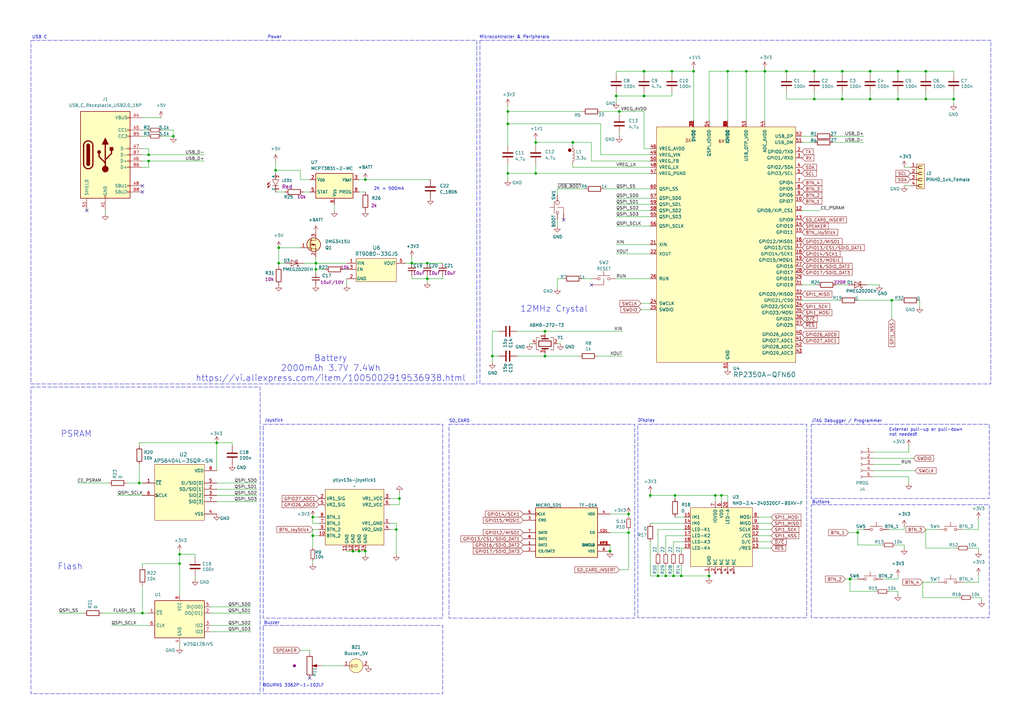
<source format=kicad_sch>
(kicad_sch (version 20231120) (generator "eeschema") (generator_version "8.0")
  (paper "A3")
  (title_block (title "Stopwatchy") (date "2024-02-15") (rev "1") (company "Sinisha Stojchevski"))
  (junction (at 250.19 226.06))
  (junction (at 322.58 29.21))
  (junction (at 163.83 204.47))
  (junction (at 279.4 236.22))
  (junction (at 175.26 114.3))
  (junction (at 114.3 101.6))
  (junction (at 264.16 39.37))
  (junction (at 219.71 58.42))
  (junction (at 345.44 40.64))
  (junction (at 379.73 40.64))
  (junction (at 379.73 29.21))
  (junction (at 313.69 29.21))
  (junction (at 57.15 198.12))
  (junction (at 71.12 55.88))
  (junction (at 348.615 237.49))
  (junction (at 269.875 236.22))
  (junction (at 276.86 203.2))
  (junction (at 284.48 29.21))
  (junction (at 351.79 218.44))
  (junction (at 219.71 71.12))
  (junction (at 264.16 29.21))
  (junction (at 208.28 71.12))
  (junction (at 201.93 146.05))
  (junction (at 257.81 218.44))
  (junction (at 60.96 66.04))
  (junction (at 168.91 107.95))
  (junction (at 223.52 135.89))
  (junction (at 234.95 58.42))
  (junction (at 162.56 217.17))
  (junction (at 252.73 39.37))
  (junction (at 147.32 226.06))
  (junction (at 58.42 251.46))
  (junction (at 293.37 203.2))
  (junction (at 208.28 45.72))
  (junction (at 129.54 110.49))
  (junction (at 208.28 50.8))
  (junction (at 273.05 236.22))
  (junction (at 144.78 226.06))
  (junction (at 73.66 227.33))
  (junction (at 254 45.72))
  (junction (at 275.59 29.21))
  (junction (at 257.81 210.82))
  (junction (at 345.44 29.21))
  (junction (at 129.54 107.95))
  (junction (at 88.9 181.61))
  (junction (at 266.7 203.2))
  (junction (at 128.27 219.71))
  (junction (at 295.91 203.2))
  (junction (at 365.76 123.19))
  (junction (at 276.225 236.22))
  (junction (at 356.87 40.64))
  (junction (at 368.3 40.64))
  (junction (at 114.3 107.95))
  (junction (at 113.03 69.85))
  (junction (at 175.26 107.95))
  (junction (at 73.66 231.14))
  (junction (at 149.86 73.66))
  (junction (at 334.01 40.64))
  (junction (at 368.3 29.21))
  (junction (at 60.96 63.5))
  (junction (at 334.01 29.21))
  (junction (at 128.27 212.09))
  (junction (at 290.83 236.22))
  (junction (at 391.16 40.64))
  (junction (at 356.87 29.21))
  (junction (at 149.86 226.06))
  (junction (at 298.45 29.21))
  (junction (at 306.07 29.21))
  (junction (at 223.52 146.05))
  (no_connect (at 58.42 76.2))
  (no_connect (at 242.57 116.84))
  (no_connect (at 127 278.13))
  (no_connect (at 58.42 78.74))
  (no_connect (at 35.56 86.36))
  (no_connect (at 231.14 90.17))
  (wire (pts (xy 311.15 214.63) (xy 316.23 214.63)))
  (wire (pts (xy 374.65 187.96) (xy 358.14 187.96)))
  (wire (pts (xy 280.67 224.79) (xy 279.4 224.79)))
  (wire (pts (xy 144.78 226.06) (xy 142.24 226.06)))
  (wire (pts (xy 379.73 217.17) (xy 384.81 217.17)))
  (wire (pts (xy 129.54 111.76) (xy 129.54 110.49)))
  (wire (pts (xy 298.45 29.21) (xy 298.45 49.53)))
  (wire (pts (xy 322.58 38.1) (xy 322.58 40.64)))
  (wire (pts (xy 113.03 69.85) (xy 123.19 69.85)))
  (wire (pts (xy 137.16 86.36) (xy 137.16 83.82)))
  (wire (pts (xy 73.66 226.06) (xy 73.66 227.33)))
  (wire (pts (xy 240.03 77.47) (xy 228.6 77.47)))
  (wire (pts (xy 208.28 71.12) (xy 208.28 73.66)))
  (wire (pts (xy 252.73 88.9) (xy 266.7 88.9)))
  (wire (pts (xy 306.07 29.21) (xy 306.07 49.53)))
  (wire (pts (xy 276.225 231.775) (xy 276.225 236.22)))
  (wire (pts (xy 252.73 100.33) (xy 266.7 100.33)))
  (wire (pts (xy 356.87 30.48) (xy 356.87 29.21)))
  (wire (pts (xy 276.86 203.2) (xy 276.86 204.47)))
  (wire (pts (xy 219.71 57.15) (xy 219.71 58.42)))
  (wire (pts (xy 234.95 68.58) (xy 234.95 67.31)))
  (wire (pts (xy 394.97 217.17) (xy 401.32 217.17)))
  (wire (pts (xy 95.25 181.61) (xy 88.9 181.61)))
  (wire (pts (xy 175.26 114.3) (xy 175.26 115.57)))
  (wire (pts (xy 341.63 55.88) (xy 354.33 55.88)))
  (wire (pts (xy 334.01 40.64) (xy 322.58 40.64)))
  (wire (pts (xy 358.14 190.5) (xy 369.57 190.5)))
  (wire (pts (xy 162.56 217.17) (xy 162.56 227.33)))
  (wire (pts (xy 175.26 114.3) (xy 175.26 113.03)))
  (wire (pts (xy 368.3 236.22) (xy 368.3 237.49)))
  (wire (pts (xy 361.95 237.49) (xy 368.3 237.49)))
  (wire (pts (xy 130.81 217.17) (xy 128.27 217.17)))
  (wire (pts (xy 204.47 146.05) (xy 201.93 146.05)))
  (wire (pts (xy 378.46 245.11) (xy 393.7 245.11)))
  (wire (pts (xy 234.95 58.42) (xy 234.95 59.69)))
  (wire (pts (xy 262.89 124.46) (xy 266.7 124.46)))
  (wire (pts (xy 372.745 182.88) (xy 372.745 185.42)))
  (wire (pts (xy 290.83 236.22) (xy 290.83 234.95)))
  (wire (pts (xy 266.7 236.22) (xy 269.875 236.22)))
  (wire (pts (xy 219.71 59.69) (xy 219.71 58.42)))
  (wire (pts (xy 295.91 203.2) (xy 295.91 205.74)))
  (wire (pts (xy 247.65 77.47) (xy 266.7 77.47)))
  (wire (pts (xy 252.73 39.37) (xy 252.73 41.91)))
  (wire (pts (xy 311.15 222.25) (xy 316.23 222.25)))
  (wire (pts (xy 365.76 123.19) (xy 369.57 123.19)))
  (wire (pts (xy 66.04 48.26) (xy 58.42 48.26)))
  (wire (pts (xy 58.42 240.03) (xy 58.42 251.46)))
  (wire (pts (xy 355.6 116.84) (xy 360.68 116.84)))
  (wire (pts (xy 242.57 58.42) (xy 234.95 58.42)))
  (wire (pts (xy 368.3 38.1) (xy 368.3 40.64)))
  (wire (pts (xy 128.27 219.71) (xy 128.27 224.79)))
  (wire (pts (xy 275.59 29.21) (xy 284.48 29.21)))
  (wire (pts (xy 351.79 223.52) (xy 361.95 223.52)))
  (wire (pts (xy 246.38 63.5) (xy 266.7 63.5)))
  (wire (pts (xy 58.42 251.46) (xy 60.96 251.46)))
  (wire (pts (xy 356.87 38.1) (xy 356.87 40.64)))
  (wire (pts (xy 370.84 215.9) (xy 370.84 217.17)))
  (wire (pts (xy 379.73 224.79) (xy 392.43 224.79)))
  (wire (pts (xy 276.225 236.22) (xy 279.4 236.22)))
  (wire (pts (xy 293.37 203.2) (xy 295.91 203.2)))
  (wire (pts (xy 257.81 217.17) (xy 257.81 218.44)))
  (wire (pts (xy 31.75 198.12) (xy 44.45 198.12)))
  (wire (pts (xy 264.16 60.96) (xy 266.7 60.96)))
  (wire (pts (xy 223.52 135.89) (xy 255.27 135.89)))
  (wire (pts (xy 80.01 228.6) (xy 80.01 227.33)))
  (wire (pts (xy 266.7 201.93) (xy 266.7 203.2)))
  (wire (pts (xy 293.37 203.2) (xy 293.37 205.74)))
  (wire (pts (xy 168.91 105.41) (xy 168.91 107.95)))
  (wire (pts (xy 86.36 259.08) (xy 102.87 259.08)))
  (wire (pts (xy 345.44 29.21) (xy 356.87 29.21)))
  (wire (pts (xy 378.46 238.76) (xy 378.46 245.11)))
  (wire (pts (xy 379.73 217.17) (xy 379.73 224.79)))
  (wire (pts (xy 347.98 218.44) (xy 351.79 218.44)))
  (wire (pts (xy 168.91 107.95) (xy 166.37 107.95)))
  (wire (pts (xy 208.28 43.18) (xy 208.28 45.72)))
  (wire (pts (xy 372.745 198.12) (xy 372.745 195.58)))
  (wire (pts (xy 262.89 127) (xy 266.7 127)))
  (wire (pts (xy 60.96 68.58) (xy 60.96 66.04)))
  (wire (pts (xy 80.01 236.22) (xy 80.01 237.49)))
  (wire (pts (xy 208.28 50.8) (xy 208.28 59.69)))
  (wire (pts (xy 328.93 58.42) (xy 334.01 58.42)))
  (wire (pts (xy 290.83 49.53) (xy 290.83 29.21)))
  (wire (pts (xy 128.27 214.63) (xy 128.27 212.09)))
  (wire (pts (xy 128.27 217.17) (xy 128.27 219.71)))
  (wire (pts (xy 168.91 107.95) (xy 175.26 107.95)))
  (wire (pts (xy 284.48 29.21) (xy 284.48 49.53)))
  (wire (pts (xy 311.15 219.71) (xy 316.23 219.71)))
  (wire (pts (xy 88.9 200.66) (xy 105.41 200.66)))
  (wire (pts (xy 365.76 130.81) (xy 365.76 123.19)))
  (wire (pts (xy 208.28 50.8) (xy 246.38 50.8)))
  (wire (pts (xy 311.15 224.79) (xy 316.23 224.79)))
  (wire (pts (xy 364.49 242.57) (xy 368.3 242.57)))
  (wire (pts (xy 234.95 68.58) (xy 266.7 68.58)))
  (wire (pts (xy 204.47 135.89) (xy 201.93 135.89)))
  (wire (pts (xy 217.17 140.97) (xy 218.44 140.97)))
  (wire (pts (xy 129.54 110.49) (xy 129.54 107.95)))
  (wire (pts (xy 181.61 113.03) (xy 181.61 114.3)))
  (wire (pts (xy 401.32 212.725) (xy 401.32 217.17)))
  (wire (pts (xy 377.19 125.73) (xy 377.19 123.19)))
  (wire (pts (xy 127 266.7) (xy 127 267.97)))
  (wire (pts (xy 58.42 55.88) (xy 60.96 55.88)))
  (wire (pts (xy 142.24 116.84) (xy 142.24 114.3)))
  (wire (pts (xy 298.45 29.21) (xy 306.07 29.21)))
  (wire (pts (xy 391.16 30.48) (xy 391.16 29.21)))
  (wire (pts (xy 86.36 248.92) (xy 102.87 248.92)))
  (wire (pts (xy 43.18 87.63) (xy 43.18 86.36)))
  (wire (pts (xy 231.14 114.3) (xy 228.6 114.3)))
  (wire (pts (xy 57.15 181.61) (xy 88.9 181.61)))
  (wire (pts (xy 57.15 198.12) (xy 58.42 198.12)))
  (wire (pts (xy 219.71 67.31) (xy 219.71 71.12)))
  (wire (pts (xy 130.81 214.63) (xy 128.27 214.63)))
  (wire (pts (xy 379.73 38.1) (xy 379.73 40.64)))
  (wire (pts (xy 58.42 231.14) (xy 73.66 231.14)))
  (wire (pts (xy 345.44 30.48) (xy 345.44 29.21)))
  (wire (pts (xy 273.05 219.71) (xy 273.05 226.695)))
  (wire (pts (xy 123.19 266.7) (xy 127 266.7)))
  (wire (pts (xy 228.6 114.3) (xy 228.6 118.11)))
  (wire (pts (xy 60.96 63.5) (xy 83.82 63.5)))
  (wire (pts (xy 269.875 231.775) (xy 269.875 236.22)))
  (wire (pts (xy 66.04 53.34) (xy 71.12 53.34)))
  (wire (pts (xy 372.745 185.42) (xy 358.14 185.42)))
  (wire (pts (xy 162.56 214.63) (xy 162.56 217.17)))
  (wire (pts (xy 328.93 116.84) (xy 335.28 116.84)))
  (wire (pts (xy 334.01 38.1) (xy 334.01 40.64)))
  (wire (pts (xy 252.73 29.21) (xy 264.16 29.21)))
  (wire (pts (xy 246.38 45.72) (xy 254 45.72)))
  (wire (pts (xy 114.3 107.95) (xy 116.84 107.95)))
  (wire (pts (xy 311.15 212.09) (xy 316.23 212.09)))
  (wire (pts (xy 41.91 251.46) (xy 58.42 251.46)))
  (wire (pts (xy 275.59 30.48) (xy 275.59 29.21)))
  (wire (pts (xy 208.28 71.12) (xy 219.71 71.12)))
  (wire (pts (xy 208.28 45.72) (xy 208.28 50.8)))
  (wire (pts (xy 266.7 222.25) (xy 266.7 236.22)))
  (wire (pts (xy 379.73 40.64) (xy 368.3 40.64)))
  (wire (pts (xy 114.3 109.22) (xy 114.3 107.95)))
  (wire (pts (xy 273.05 236.22) (xy 276.225 236.22)))
  (wire (pts (xy 123.19 73.66) (xy 123.19 69.85)))
  (wire (pts (xy 276.86 203.2) (xy 293.37 203.2)))
  (wire (pts (xy 275.59 39.37) (xy 275.59 38.1)))
  (wire (pts (xy 57.15 190.5) (xy 57.15 198.12)))
  (wire (pts (xy 128.27 231.14) (xy 128.27 229.87)))
  (wire (pts (xy 313.69 27.94) (xy 313.69 29.21)))
  (wire (pts (xy 88.9 205.74) (xy 105.41 205.74)))
  (wire (pts (xy 88.9 198.12) (xy 105.41 198.12)))
  (wire (pts (xy 264.16 45.72) (xy 264.16 60.96)))
  (wire (pts (xy 264.16 30.48) (xy 264.16 29.21)))
  (wire (pts (xy 114.3 101.6) (xy 123.19 101.6)))
  (wire (pts (xy 128.27 212.09) (xy 130.81 212.09)))
  (wire (pts (xy 73.66 227.33) (xy 73.66 231.14)))
  (wire (pts (xy 254 55.88) (xy 254 54.61)))
  (wire (pts (xy 163.83 207.01) (xy 160.02 207.01)))
  (wire (pts (xy 351.79 217.17) (xy 351.79 218.44)))
  (wire (pts (xy 334.01 30.48) (xy 334.01 29.21)))
  (wire (pts (xy 245.11 146.05) (xy 255.27 146.05)))
  (wire (pts (xy 113.03 78.74) (xy 116.84 78.74)))
  (wire (pts (xy 228.6 77.47) (xy 228.6 80.01)))
  (wire (pts (xy 163.83 201.93) (xy 163.83 204.47)))
  (wire (pts (xy 346.71 237.49) (xy 348.615 237.49)))
  (wire (pts (xy 129.54 105.41) (xy 129.54 107.95)))
  (wire (pts (xy 252.73 83.82) (xy 266.7 83.82)))
  (wire (pts (xy 257.81 233.68) (xy 257.81 218.44)))
  (wire (pts (xy 252.73 38.1) (xy 252.73 39.37)))
  (wire (pts (xy 368.3 243.84) (xy 368.3 242.57)))
  (wire (pts (xy 48.26 203.2) (xy 58.42 203.2)))
  (wire (pts (xy 133.35 110.49) (xy 129.54 110.49)))
  (wire (pts (xy 160.02 214.63) (xy 162.56 214.63)))
  (wire (pts (xy 358.14 195.58) (xy 372.745 195.58)))
  (wire (pts (xy 219.71 71.12) (xy 266.7 71.12)))
  (wire (pts (xy 223.52 146.05) (xy 237.49 146.05)))
  (wire (pts (xy 257.81 218.44) (xy 250.19 218.44)))
  (wire (pts (xy 212.09 146.05) (xy 223.52 146.05)))
  (wire (pts (xy 328.93 55.88) (xy 334.01 55.88)))
  (wire (pts (xy 242.57 66.04) (xy 242.57 58.42)))
  (wire (pts (xy 60.96 60.96) (xy 60.96 63.5)))
  (wire (pts (xy 73.66 264.16) (xy 73.66 265.43)))
  (wire (pts (xy 201.93 135.89) (xy 201.93 146.05)))
  (wire (pts (xy 58.42 66.04) (xy 60.96 66.04)))
  (wire (pts (xy 132.08 273.05) (xy 140.97 273.05)))
  (wire (pts (xy 80.01 227.33) (xy 73.66 227.33)))
  (wire (pts (xy 60.96 53.34) (xy 58.42 53.34)))
  (wire (pts (xy 364.49 217.17) (xy 370.84 217.17)))
  (wire (pts (xy 45.72 256.54) (xy 60.96 256.54)))
  (wire (pts (xy 290.83 29.21) (xy 298.45 29.21)))
  (wire (pts (xy 368.3 29.21) (xy 379.73 29.21)))
  (wire (pts (xy 208.28 45.72) (xy 238.76 45.72)))
  (wire (pts (xy 113.03 66.04) (xy 113.03 69.85)))
  (wire (pts (xy 228.6 90.17) (xy 228.6 92.71)))
  (wire (pts (xy 322.58 29.21) (xy 334.01 29.21)))
  (wire (pts (xy 336.55 86.36) (xy 328.93 86.36)))
  (wire (pts (xy 280.67 222.25) (xy 276.225 222.25)))
  (wire (pts (xy 351.79 218.44) (xy 351.79 223.52)))
  (wire (pts (xy 351.79 217.17) (xy 354.33 217.17)))
  (wire (pts (xy 223.52 144.78) (xy 223.52 146.05)))
  (wire (pts (xy 379.73 40.64) (xy 391.16 40.64)))
  (wire (pts (xy 24.13 251.46) (xy 34.29 251.46)))
  (wire (pts (xy 370.84 68.58) (xy 373.38 68.58)))
  (wire (pts (xy 306.07 29.21) (xy 313.69 29.21)))
  (wire (pts (xy 106.68 218.44) (xy 106.68 219.71)))
  (wire (pts (xy 228.6 140.97) (xy 229.87 140.97)))
  (wire (pts (xy 257.81 210.82) (xy 257.81 212.09)))
  (wire (pts (xy 88.9 203.2) (xy 105.41 203.2)))
  (wire (pts (xy 252.73 30.48) (xy 252.73 29.21)))
  (wire (pts (xy 86.36 256.54) (xy 102.87 256.54)))
  (wire (pts (xy 58.42 68.58) (xy 60.96 68.58)))
  (wire (pts (xy 398.78 245.11) (xy 402.59 245.11)))
  (wire (pts (xy 264.16 29.21) (xy 275.59 29.21)))
  (wire (pts (xy 397.51 224.79) (xy 401.32 224.79)))
  (wire (pts (xy 250.19 210.82) (xy 257.81 210.82)))
  (wire (pts (xy 313.69 29.21) (xy 313.69 49.53)))
  (wire (pts (xy 266.7 214.63) (xy 280.67 214.63)))
  (wire (pts (xy 280.67 219.71) (xy 273.05 219.71)))
  (wire (pts (xy 181.61 114.3) (xy 175.26 114.3)))
  (wire (pts (xy 58.42 63.5) (xy 60.96 63.5)))
  (wire (pts (xy 266.7 204.47) (xy 266.7 203.2)))
  (wire (pts (xy 269.875 217.17) (xy 269.875 226.695)))
  (wire (pts (xy 114.3 101.6) (xy 114.3 107.95)))
  (wire (pts (xy 273.05 231.775) (xy 273.05 236.22)))
  (wire (pts (xy 341.63 58.42) (xy 354.33 58.42)))
  (wire (pts (xy 86.36 251.46) (xy 102.87 251.46)))
  (wire (pts (xy 113.03 69.85) (xy 113.03 71.12)))
  (wire (pts (xy 149.86 226.06) (xy 147.32 226.06)))
  (wire (pts (xy 160.02 204.47) (xy 163.83 204.47)))
  (wire (pts (xy 367.03 223.52) (xy 370.84 223.52)))
  (wire (pts (xy 276.225 222.25) (xy 276.225 226.695)))
  (wire (pts (xy 201.93 146.05) (xy 201.93 148.59)))
  (wire (pts (xy 147.32 226.06) (xy 144.78 226.06)))
  (wire (pts (xy 342.9 116.84) (xy 347.98 116.84)))
  (wire (pts (xy 279.4 224.79) (xy 279.4 226.695)))
  (wire (pts (xy 391.16 38.1) (xy 391.16 40.64)))
  (wire (pts (xy 124.46 78.74) (xy 127 78.74)))
  (wire (pts (xy 295.91 203.2) (xy 298.45 203.2)))
  (wire (pts (xy 280.67 217.17) (xy 269.875 217.17)))
  (wire (pts (xy 160.02 217.17) (xy 162.56 217.17)))
  (wire (pts (xy 379.73 29.21) (xy 391.16 29.21)))
  (wire (pts (xy 254 45.72) (xy 254 46.99)))
  (wire (pts (xy 348.615 237.49) (xy 351.79 237.49)))
  (wire (pts (xy 88.9 181.61) (xy 88.9 193.04)))
  (wire (pts (xy 149.86 73.66) (xy 147.32 73.66)))
  (wire (pts (xy 356.87 40.64) (xy 345.44 40.64)))
  (wire (pts (xy 71.12 53.34) (xy 71.12 55.88)))
  (wire (pts (xy 279.4 231.775) (xy 279.4 236.22)))
  (wire (pts (xy 71.12 55.88) (xy 66.04 55.88)))
  (wire (pts (xy 266.7 66.04) (xy 242.57 66.04)))
  (wire (pts (xy 264.16 39.37) (xy 275.59 39.37)))
  (wire (pts (xy 252.73 114.3) (xy 266.7 114.3)))
  (wire (pts (xy 175.26 107.95) (xy 181.61 107.95)))
  (wire (pts (xy 370.84 224.79) (xy 370.84 223.52)))
  (wire (pts (xy 212.09 135.89) (xy 223.52 135.89)))
  (wire (pts (xy 375.285 193.04) (xy 358.14 193.04)))
  (wire (pts (xy 280.67 212.09) (xy 276.86 212.09)))
  (wire (pts (xy 313.69 29.21) (xy 322.58 29.21)))
  (wire (pts (xy 60.96 66.04) (xy 83.82 66.04)))
  (wire (pts (xy 129.54 107.95) (xy 142.24 107.95)))
  (wire (pts (xy 266.7 104.14) (xy 252.73 104.14)))
  (wire (pts (xy 127 73.66) (xy 123.19 73.66)))
  (wire (pts (xy 73.66 231.14) (xy 73.66 243.84)))
  (wire (pts (xy 394.97 238.76) (xy 401.32 238.76)))
  (wire (pts (xy 250.19 223.52) (xy 250.19 226.06)))
  (wire (pts (xy 238.76 114.3) (xy 242.57 114.3)))
  (wire (pts (xy 219.71 58.42) (xy 234.95 58.42)))
  (wire (pts (xy 254 45.72) (xy 264.16 45.72)))
  (wire (pts (xy 356.87 29.21) (xy 368.3 29.21)))
  (wire (pts (xy 311.15 217.17) (xy 316.23 217.17)))
  (wire (pts (xy 264.16 38.1) (xy 264.16 39.37)))
  (wire (pts (xy 168.91 113.03) (xy 168.91 114.3)))
  (wire (pts (xy 95.25 182.88) (xy 95.25 181.61)))
  (wire (pts (xy 57.15 182.88) (xy 57.15 181.61)))
  (wire (pts (xy 322.58 30.48) (xy 322.58 29.21)))
  (wire (pts (xy 365.76 123.19) (xy 351.79 123.19)))
  (wire (pts (xy 252.73 81.28) (xy 266.7 81.28)))
  (wire (pts (xy 391.16 40.64) (xy 391.16 42.545)))
  (wire (pts (xy 208.28 67.31) (xy 208.28 71.12)))
  (wire (pts (xy 58.42 232.41) (xy 58.42 231.14)))
  (wire (pts (xy 279.4 236.22) (xy 290.83 236.22)))
  (wire (pts (xy 58.42 60.96) (xy 60.96 60.96)))
  (wire (pts (xy 223.52 137.16) (xy 223.52 135.89)))
  (wire (pts (xy 252.73 39.37) (xy 264.16 39.37)))
  (wire (pts (xy 140.97 110.49) (xy 142.24 110.49)))
  (wire (pts (xy 298.45 203.2) (xy 298.45 205.74)))
  (wire (pts (xy 269.875 236.22) (xy 273.05 236.22)))
  (wire (pts (xy 401.32 226.06) (xy 401.32 224.79)))
  (wire (pts (xy 266.7 203.2) (xy 276.86 203.2)))
  (wire (pts (xy 128.27 219.71) (xy 130.81 219.71)))
  (wire (pts (xy 168.91 114.3) (xy 175.26 114.3)))
  (wire (pts (xy 163.83 204.47) (xy 163.83 207.01)))
  (wire (pts (xy 149.86 73.66) (xy 176.53 73.66)))
  (wire (pts (xy 124.46 107.95) (xy 129.54 107.95)))
  (wire (pts (xy 370.84 76.2) (xy 373.38 76.2)))
  (wire (pts (xy 348.615 237.49) (xy 348.615 242.57)))
  (wire (pts (xy 379.73 30.48) (xy 379.73 29.21)))
  (wire (pts (xy 290.83 236.22) (xy 290.83 236.855)))
  (wire (pts (xy 402.59 246.38) (xy 402.59 245.11)))
  (wire (pts (xy 252.73 86.36) (xy 266.7 86.36)))
  (wire (pts (xy 378.46 238.76) (xy 384.81 238.76)))
  (wire (pts (xy 334.01 29.21) (xy 345.44 29.21)))
  (wire (pts (xy 345.44 40.64) (xy 334.01 40.64)))
  (wire (pts (xy 246.38 50.8) (xy 246.38 63.5)))
  (wire (pts (xy 266.7 92.71) (xy 252.73 92.71)))
  (wire (pts (xy 149.86 227.33) (xy 149.86 226.06)))
  (wire (pts (xy 52.07 198.12) (xy 57.15 198.12)))
  (wire (pts (xy 345.44 38.1) (xy 345.44 40.64)))
  (wire (pts (xy 254 233.68) (xy 257.81 233.68)))
  (wire (pts (xy 147.32 78.74) (xy 149.86 78.74)))
  (wire (pts (xy 368.3 30.48) (xy 368.3 29.21)))
  (wire (pts (xy 401.32 235.585) (xy 401.32 238.76)))
  (wire (pts (xy 348.615 242.57) (xy 359.41 242.57)))
  (wire (pts (xy 344.17 123.19) (xy 328.93 123.19)))
  (wire (pts (xy 368.3 40.64) (xy 356.87 40.64)))
  (wire (pts (xy 284.48 27.94) (xy 284.48 29.21)))
  (rectangle (start 332.74 173.99) (end 405.765 204.47) (stroke (width 0) (type dash)))
  (rectangle (start 184.15 173.99) (end 260.3495 253.5005) (stroke (width 0) (type dash)))
  (rectangle (start 107.95 256.54) (end 181.61 284.48) (stroke (width 0) (type dash)))
  (rectangle (start 12.7 158.75) (end 106.68 284.48) (stroke (width 0) (type dash)))
  (circle (center 233.68 61.595) (radius 0.635) (stroke (width 0) (color 132 0 0 1)) (fill (type color) (color 132 0 0 1)))
  (rectangle (start 261.62 173.99) (end 330.835 253.365) (stroke (width 0) (type dash)))
  (rectangle (start 196.85 16.51) (end 406.4 157.48) (stroke (width 0) (type dash)))
  (rectangle (start 12.7 16.5451) (end 195.58 157.48) (stroke (width 0) (type dash)))
  (rectangle (start 107.95 173.99) (end 181.61 253.5005) (stroke (width 0) (type dash)))
  (rectangle (start 332.74 207.01) (end 405.765 253.365) (stroke (width 0) (type dash)))
  (text "Display" (at 261.62 173.228 0) (effects (font (size 1.27 1.27)) (justify left bottom)))
  (text "External pull-up or pull-down\nnot needed!" (at 364.617 177.292 0) (effects (font (size 1.27 1.27)) (justify left)))
  (text "Microcontroller & Peripherals" (at 196.596 16.002 0) (effects (font (size 1.27 1.27)) (justify left bottom)))
  (text "SD_CARD" (at 184.15 173.482 0) (effects (font (size 1.27 1.27)) (justify left bottom)))
  (text "Power" (at 109.728 16.002 0) (effects (font (size 1.27 1.27)) (justify left bottom)))
  (text "Flash" (at 23.622 233.934 0) (effects (font (size 2.54 2.54)) (justify left bottom)))
  (text "2K = 500mA" (at 159.512 77.47 0) (effects (font (size 1.27 1.27))))
  (text "PSRAM" (at 24.892 179.578 0) (effects (font (size 2.54 2.54)) (justify left bottom)))
  (text "Buttons" (at 332.994 206.756 0) (effects (font (size 1.27 1.27)) (justify left bottom)))
  (text "JTAG Debugger / Programmer" (at 332.74 173.482 0) (effects (font (size 1.27 1.27)) (justify left bottom)))
  (text "12MHz Crystal" (at 213.36 128.27 0) (effects (font (size 2.54 2.54)) (justify left bottom)))
  (text "Joystick" (at 108.458 173.228 0) (effects (font (size 1.27 1.27)) (justify left bottom)))
  (text "Buzzer" (at 108.204 256.286 0) (effects (font (size 1.27 1.27)) (justify left bottom)))
  (text "Battery\n2000mAh 3.7V 7.4Wh\nhttps://vi.aliexpress.com/item/1005002919536938.html" (at 135.636 151.13 0) (effects (font (size 2.54 2.54))))
  (text "BOURNS 3362P-1-102LF" (at 120.396 281.178 0) (effects (font (size 1.27 1.27))))
  (text "USB C" (at 13.1174 16.0371 0) (effects (font (size 1.27 1.27)) (justify left bottom)))
  (label "QSPI_SD1" (at 252.73 83.82 0))
  (label "USB_D-" (at 354.33 58.42 180))
  (label "RUN" (at 369.57 190.5 0))
  (label "QSPI_SD3" (at 252.73 88.9 0))
  (label "USB_D+" (at 354.33 55.88 180))
  (label "QSPI_SCLK" (at 252.73 92.71 0))
  (label "QSPI_SD3" (at 102.87 259.08 180))
  (label "QSPI_SD0" (at 105.41 198.12 180))
  (label "QSPI_SS" (at 24.13 251.46 0))
  (label "XIN" (at 255.27 135.89 180))
  (label "CE_PSRAM" (at 31.75 198.12 0))
  (label "VREG_AVDD" (at 254.635 45.72 0))
  (label "QSPI_SCLK" (at 45.72 256.54 0))
  (label "FLASH_SS" (at 46.355 251.46 0))
  (label "XOUT" (at 255.27 146.05 180))
  (label "USB_D+" (at 83.82 66.04 180))
  (label "RUN" (at 252.73 114.3 0))
  (label "QSPI_SCLK" (at 48.26 203.2 0))
  (label "VREG_LX" (at 252.73 68.58 0))
  (label "QSPI_SD1" (at 102.87 251.46 180))
  (label "XIN" (at 252.73 100.33 0))
  (label "XOUT" (at 252.73 104.14 0))
  (label "QSPI_SD2" (at 252.73 86.36 0))
  (label "QSPI_SD1" (at 105.41 200.66 180))
  (label "QSPI_SD0" (at 252.73 81.28 0))
  (label "QSPI_SD3" (at 105.41 205.74 180))
  (label "~{USB_BOOT}" (at 228.6 77.47 0))
  (label "QSPI_SD2" (at 105.41 203.2 180))
  (label "CE_PSRAM" (at 336.55 86.36 0))
  (label "USB_D-" (at 83.82 63.5 180))
  (label "QSPI_SD0" (at 102.87 248.92 180))
  (label "QSPI_SD2" (at 102.87 256.54 180))
  (label "QSPI_SS" (at 252.73 77.47 0))
  (global_label "GPIO12{slash}MISO1" (shape input) (at 328.93 99.06 0) (property "Intersheetrefs" "${INTERSHEET_REFS}" (effects (hide yes))))
  (global_label "BTN_3" (shape input) (at 328.93 77.47 0) (property "Intersheetrefs" "${INTERSHEET_REFS}" (effects (hide yes))))
  (global_label "BTN_2" (shape input) (at 328.93 80.01 0) (property "Intersheetrefs" "${INTERSHEET_REFS}" (effects (hide yes))))
  (global_label "SPI1_MISO" (shape input) (at 328.93 120.65 0) (property "Intersheetrefs" "${INTERSHEET_REFS}" (effects (hide yes))))
  (global_label "BTN_JoyStick" (shape input) (at 328.93 95.25 0) (property "Intersheetrefs" "${INTERSHEET_REFS}" (effects (hide yes))))
  (global_label "GPIO26_ADC0" (shape input) (at 130.81 207.01 180) (property "Intersheetrefs" "${INTERSHEET_REFS}" (effects (hide yes))))
  (global_label "SCL" (shape input) (at 373.38 71.12 180) (property "Intersheetrefs" "${INTERSHEET_REFS}" (effects (hide yes))))
  (global_label "BTN_1" (shape input) (at 347.98 218.44 180) (property "Intersheetrefs" "${INTERSHEET_REFS}" (effects (hide yes))))
  (global_label "SWDIO" (shape input) (at 262.89 127 180) (property "Intersheetrefs" "${INTERSHEET_REFS}" (effects (hide yes))))
  (global_label "GPIO15/MOSI1" (shape input) (at 328.93 106.68 0) (property "Intersheetrefs" "${INTERSHEET_REFS}" (effects (hide yes))))
  (global_label "GPIO27_ADC1" (shape input) (at 130.81 204.47 180) (property "Intersheetrefs" "${INTERSHEET_REFS}" (effects (hide yes))))
  (global_label "SPI1_NSS" (shape input) (at 316.23 219.71 0) (property "Intersheetrefs" "${INTERSHEET_REFS}" (effects (hide yes))))
  (global_label "GPIO26_ADC0" (shape input) (at 328.93 137.16 0) (property "Intersheetrefs" "${INTERSHEET_REFS}" (effects (hide yes))))
  (global_label "SCL" (shape input) (at 328.93 71.12 0) (property "Intersheetrefs" "${INTERSHEET_REFS}" (effects (hide yes))))
  (global_label "GPIO14/SCK1" (shape input) (at 214.63 210.82 180) (property "Intersheetrefs" "${INTERSHEET_REFS}" (effects (hide yes))))
  (global_label "GPIO14/SCK1" (shape input) (at 328.93 104.14 0) (property "Intersheetrefs" "${INTERSHEET_REFS}" (effects (hide yes))))
  (global_label "~{RES}" (shape input) (at 328.93 133.35 0) (property "Intersheetrefs" "${INTERSHEET_REFS}" (effects (hide yes))))
  (global_label "GPIO17{slash}SDIO_DAT3" (shape input) (at 214.63 226.06 180) (property "Intersheetrefs" "${INTERSHEET_REFS}" (effects (hide yes))))
  (global_label "GPIO16{slash}SDIO_DAT2" (shape input) (at 214.63 223.52 180) (property "Intersheetrefs" "${INTERSHEET_REFS}" (effects (hide yes))))
  (global_label "SPEAKER" (shape input) (at 123.19 266.7 180) (property "Intersheetrefs" "${INTERSHEET_REFS}" (effects (hide yes))))
  (global_label "BTN_4" (shape input) (at 328.93 74.93 0) (property "Intersheetrefs" "${INTERSHEET_REFS}" (effects (hide yes))))
  (global_label "SD_CARD_INSERT" (shape input) (at 328.93 90.17 0) (property "Intersheetrefs" "${INTERSHEET_REFS}" (effects (hide yes))))
  (global_label "SPI1_NSS" (shape input) (at 365.76 130.81 270) (property "Intersheetrefs" "${INTERSHEET_REFS}" (effects (hide yes))))
  (global_label "SWDIO" (shape input) (at 374.65 187.96 0) (property "Intersheetrefs" "${INTERSHEET_REFS}" (effects (hide yes))))
  (global_label "GPIO12{slash}MISO1" (shape input) (at 214.63 218.44 180) (property "Intersheetrefs" "${INTERSHEET_REFS}" (effects (hide yes))))
  (global_label "SWCLK" (shape input) (at 262.89 124.46 180) (property "Intersheetrefs" "${INTERSHEET_REFS}" (effects (hide yes))))
  (global_label "SPI1_MOSI" (shape input) (at 328.93 128.27 0) (property "Intersheetrefs" "${INTERSHEET_REFS}" (effects (hide yes))))
  (global_label "GPIO13{slash}CS1{slash}SDIO_DAT1" (shape input) (at 328.93 101.6 0) (property "Intersheetrefs" "${INTERSHEET_REFS}" (effects (hide yes))))
  (global_label "GPIO13{slash}CS1{slash}SDIO_DAT1" (shape input) (at 214.63 220.98 180) (property "Intersheetrefs" "${INTERSHEET_REFS}" (effects (hide yes))))
  (global_label "BTN_1" (shape input) (at 328.93 82.55 0) (property "Intersheetrefs" "${INTERSHEET_REFS}" (effects (hide yes))))
  (global_label "GPIO17{slash}SDIO_DAT3" (shape input) (at 328.93 111.76 0) (property "Intersheetrefs" "${INTERSHEET_REFS}" (effects (hide yes))))
  (global_label "~{D{slash}C}" (shape input) (at 328.93 130.81 0) (property "Intersheetrefs" "${INTERSHEET_REFS}" (effects (hide yes))))
  (global_label "SWCLK" (shape input) (at 375.285 193.04 0) (property "Intersheetrefs" "${INTERSHEET_REFS}" (effects (hide yes))))
  (global_label "GPIO16{slash}SDIO_DAT2" (shape input) (at 328.93 109.22 0) (property "Intersheetrefs" "${INTERSHEET_REFS}" (effects (hide yes))))
  (global_label "BTN_JoyStick" (shape input) (at 128.27 217.17 180) (property "Intersheetrefs" "${INTERSHEET_REFS}" (effects (hide yes))))
  (global_label "SPI1_MISO" (shape input) (at 316.23 214.63 0) (property "Intersheetrefs" "${INTERSHEET_REFS}" (effects (hide yes))))
  (global_label "SDA" (shape input) (at 328.93 68.58 0) (property "Intersheetrefs" "${INTERSHEET_REFS}" (effects (hide yes))))
  (global_label "~{RES}" (shape input) (at 316.23 224.79 0) (property "Intersheetrefs" "${INTERSHEET_REFS}" (effects (hide yes))))
  (global_label "GPIO15/MOSI1" (shape input) (at 214.63 213.36 180) (property "Intersheetrefs" "${INTERSHEET_REFS}" (effects (hide yes))))
  (global_label "SPI1_SCK" (shape input) (at 316.23 217.17 0) (property "Intersheetrefs" "${INTERSHEET_REFS}" (effects (hide yes))))
  (global_label "BTN_3" (shape input) (at 379.73 217.17 180) (property "Intersheetrefs" "${INTERSHEET_REFS}" (effects (hide yes))))
  (global_label "SD_CARD_INSERT" (shape input) (at 254 233.68 180) (property "Intersheetrefs" "${INTERSHEET_REFS}" (effects (hide yes))))
  (global_label "BTN_4" (shape input) (at 378.46 238.76 180) (property "Intersheetrefs" "${INTERSHEET_REFS}" (effects (hide yes))))
  (global_label "SPI1_SCK" (shape input) (at 328.93 125.73 0) (property "Intersheetrefs" "${INTERSHEET_REFS}" (effects (hide yes))))
  (global_label "SPI1_MOSI" (shape input) (at 316.23 212.09 0) (property "Intersheetrefs" "${INTERSHEET_REFS}" (effects (hide yes))))
  (global_label "~{D{slash}C}" (shape input) (at 316.23 222.25 0) (property "Intersheetrefs" "${INTERSHEET_REFS}" (effects (hide yes))))
  (global_label "SPEAKER" (shape input) (at 328.93 92.71 0) (property "Intersheetrefs" "${INTERSHEET_REFS}" (effects (hide yes))))
  (global_label "RX" (shape input) (at 328.93 64.77 0) (property "Intersheetrefs" "${INTERSHEET_REFS}" (effects (hide yes))))
  (global_label "SDA" (shape input) (at 373.38 73.66 180) (property "Intersheetrefs" "${INTERSHEET_REFS}" (effects (hide yes))))
  (global_label "BTN_2" (shape input) (at 346.71 237.49 180) (property "Intersheetrefs" "${INTERSHEET_REFS}" (effects (hide yes))))
  (global_label "GPIO27_ADC1" (shape input) (at 328.93 139.7 0) (property "Intersheetrefs" "${INTERSHEET_REFS}" (effects (hide yes))))
  (global_label "TX" (shape input) (at 328.93 62.23 0) (property "Intersheetrefs" "${INTERSHEET_REFS}" (effects (hide yes))))
  (symbol (lib_id "power:+BATT") (at 149.86 73.66 0) (unit 1)
    (property "Reference" "#PWR44" (effects (hide yes)))
    (property "Value" "+BATT" (at 149.86 68.58 0))
    (property "Description" "Power symbol creates a global label with name \"+BATT\"" (effects (hide yes)))
  )
  (symbol (lib_id "Device:R_Small") (at 63.5 53.34 90) (unit 1)
    (property "Reference" "R2" (at 60.198 52.324 90))
    (property "Value" "5.1k" (at 67.31 52.324 90))
    (property "Footprint" "Resistor_SMD:R_0603_1608Metric" (effects (hide yes)))
    (property "LCSC" "C25804" (effects (hide yes)))
  )
  (symbol (lib_id "power:GND") (at 43.18 87.63 0) (unit 1)
    (property "Reference" "#PWR6" (effects (hide yes)))
    (property "Value" "GND" (effects (hide yes)))
  )
  (symbol (lib_id "Device:R_Small") (at 257.81 214.63 180) (unit 1)
    (property "Reference" "R10" (at 254.508 216.154 0))
    (property "Value" "5.1k" (at 254.762 213.868 0))
    (property "Footprint" "Resistor_SMD:R_0603_1608Metric" (effects (hide yes)))
    (property "LCSC" "C25804" (effects (hide yes)))
  )
  (symbol (lib_id "PCM_Resistor_AKL:R_0805") (at 276.86 208.28 0) (unit 1)
    (property "Reference" "R18" (at 279.4 207.0099 0) (effects (justify left)))
    (property "Value" "0" (at 279.4 209.5499 0) (effects (justify left)))
    (property "Footprint" "PCM_4ms_Resistor:R_0805_2012Metric" (effects (hide yes)))
    (property "Description" "SMD 0805 Chip Resistor, European Symbol, Alternate KiCad Library" (effects (hide yes)))
  )
  (symbol (lib_id "power:+3V3") (at 168.91 105.41 0) (unit 1)
    (property "Reference" "#PWR50" (effects (hide yes)))
    (property "Value" "+3V3" (at 169.291 101.0158 0))
  )
  (symbol (lib_id "Switch:SW_Push") (at 356.87 237.49 0) (unit 1)
    (property "Reference" "SW6" (at 350.52 236.22 0))
    (property "Value" "BTN_2" (at 363.22 236.22 0))
    (property "Footprint" "Button_Switch_THT:SW_PUSH_6mm" (effects (hide yes)))
  )
  (symbol (lib_id "2025-03-26_14-40-41:RT9080-33GJ5") (at 138.43 111.76 0) (unit 1)
    (property "Reference" "U6" (at 154.432 101.6 0) (effects (font (size 1.524 1.524))))
    (property "Value" "RT9080-33GJ5" (at 154.432 104.14 0) (effects (font (size 1.524 1.524))))
    (property "Footprint" "RT9080-33GJ5:TSOT-23-5_RIT" (effects (hide yes)))
    (property "Datasheet" "RT9080-33GJ5" (effects (hide yes)))
  )
  (symbol (lib_id "Memory_Flash:W25Q128JVS") (at 73.66 254 0) (unit 1)
    (property "Reference" "U1" (at 64.77 243.84 0))
    (property "Value" "W25Q128JVS" (at 81.28 264.16 0))
    (property "Footprint" "Package_SO:SOIC-8_5.23x5.23mm_P1.27mm" (effects (hide yes)))
    (property "Datasheet" "http://www.winbond.com/resource-files/w25q128jv_dtr%20revc%2003272018%20plus.pdf" (effects (hide yes)))
  )
  (symbol (lib_id "Device:C") (at 345.44 34.29 0) (unit 1)
    (property "Reference" "C3" (at 348.361 33.1216 0) (effects (justify left)))
    (property "Value" "100n" (at 348.361 35.433 0) (effects (justify left)))
    (property "Footprint" "Capacitor_SMD:C_0402_1005Metric" (effects (hide yes)))
  )
  (symbol (lib_id "common.:YV13S-L7.85-B10Ka") (at 138.43 204.47 0) (unit 1)
    (property "Reference" "ytlyv13s-joystick1" (at 145.415 196.85 0))
    (property "Value" "~" (at 145.415 199.39 0))
    (property "Footprint" "common:joystick-ytlyv13s" (effects (hide yes)))
  )
  (symbol (lib_id "Switch:SW_Push") (at 389.89 238.76 0) (unit 1)
    (property "Reference" "SW7" (at 383.54 237.49 0))
    (property "Value" "BTN_4" (at 396.24 237.49 0))
    (property "Footprint" "Button_Switch_THT:SW_PUSH_6mm" (effects (hide yes)))
  )
  (symbol (lib_id "power:+BATT") (at 129.54 95.25 0) (unit 1)
    (property "Reference" "#PWR46" (effects (hide yes)))
    (property "Value" "+BATT" (at 129.54 90.17 0))
    (property "Description" "Power symbol creates a global label with name \"+BATT\"" (effects (hide yes)))
  )
  (symbol (lib_id "Device:R") (at 337.82 58.42 270) (unit 1)
    (property "Reference" "R4" (at 333.756 57.658 90))
    (property "Value" "27" (at 341.884 57.404 90))
    (property "Footprint" "Resistor_SMD:R_0402_1005Metric" (effects (hide yes)))
  )
  (symbol (lib_id "Device:R_Small") (at 364.49 223.52 90) (unit 1)
    (property "Reference" "R13" (at 362.585 222.25 90) (effects (justify left)))
    (property "Value" "10k" (at 370.205 222.25 90) (effects (justify left)))
    (property "Footprint" "Resistor_SMD:R_0603_1608Metric" (effects (hide yes)))
    (property "LCSC" "C25804" (effects (hide yes)))
  )
  (symbol (lib_id "rp2350a-qfn60:RP2350A-QFN60") (at 298.45 96.52 0) (unit 1)
    (property "Reference" "U4" (at 300.6441 151.13 0) (effects (justify left)))
    (property "Value" "RP2350A-QFN60" (at 300.6441 153.67 0) (effects (font (size 2 2)) (justify left)))
    (property "Footprint" "RP2350_KiCad-main:RP2350A_QFN-60_EP_7.75x7.75_Pitch0.4mm" (effects (hide yes)))
  )
  (symbol (lib_id "power:GND") (at 201.93 148.59 0) (unit 1)
    (property "Reference" "#PWR14" (effects (hide yes)))
    (property "Value" "GND" (at 202.057 152.9842 0))
  )
  (symbol (lib_id "power:+3V3") (at 266.7 201.93 0) (unit 1)
    (property "Reference" "#PWR019" (effects (hide yes)))
    (property "Value" "+3V3" (at 266.7 197.485 0))
  )
  (symbol (lib_id "Device:C") (at 219.71 63.5 0) (unit 1)
    (property "Reference" "C12" (at 223.52 62.23 0) (effects (justify left)))
    (property "Value" "4.7u" (at 223.52 64.77 0) (effects (justify left)))
    (property "Footprint" "Capacitor_SMD:C_0402_1005Metric" (effects (hide yes)))
  )
  (symbol (lib_id "PCM_4ms_Capacitor:10uF_0603_10V") (at 168.91 110.49 0) (unit 1)
    (property "Reference" "C19" (at 169.418 108.966 0) (effects (justify left)))
    (property "Value" "10uF_0603_10V" (effects (hide yes)))
    (property "Footprint" "PCM_4ms_Capacitor:C_0603" (effects (hide yes)))
    (property "Description" "10uF, Min. 10V X5R 10%" (effects (hide yes)))
    (property "Specifications" "10uF, Min. 10V X5R 10%" (effects (hide yes)))
    (property "Manufacturer" "Murata" (effects (hide yes)))
    (property "Part Number" "GRM188R61A106KE69D" (effects (hide yes)))
    (property "Display" "10uF" (at 169.418 112.014 0) (effects (justify left)))
    (property "JLCPCB ID" "C19702" (effects (hide yes)))
  )
  (symbol (lib_id "Device:R") (at 234.95 114.3 270) (unit 1)
    (property "Reference" "R7" (at 231.14 113.538 90))
    (property "Value" "1k" (at 238.76 113.538 90))
    (property "Footprint" "Resistor_SMD:R_0402_1005Metric" (effects (hide yes)))
  )
  (symbol (lib_id "Connector:Conn_01x05_Socket") (at 353.06 190.5 0) (mirror y) (unit 1)
    (property "Reference" "J4" (at 353.695 200.66 0))
    (property "Value" "PROG" (at 353.695 198.12 0))
    (property "Footprint" "Connector_PinHeader_2.54mm:PinHeader_2x03_P2.54mm_Vertical" (effects (hide yes)))
  )
  (symbol (lib_id "Device:L") (at 234.95 63.5 0) (unit 1)
    (property "Reference" "L1" (at 236.22 62.23 0) (effects (justify left)))
    (property "Value" "3.3u" (at 236.22 64.77 0) (effects (justify left)))
    (property "Footprint" "Inductor_SMD:L_0603_1608Metric" (effects (hide yes)))
  )
  (symbol (lib_name "SW_Push_1") (lib_id "Switch:SW_Push") (at 228.6 85.09 90) (unit 1)
    (property "Reference" "SW1" (at 227.076 77.978 0) (effects (justify right)))
    (property "Value" "BOOT" (at 227.076 88.138 0) (effects (justify right)))
    (property "Footprint" "common:SHOU HAN TS24CA" (effects (hide yes)))
  )
  (symbol (lib_id "Device:C") (at 334.01 34.29 0) (unit 1)
    (property "Reference" "C2" (at 336.931 33.1216 0) (effects (justify left)))
    (property "Value" "100n" (at 336.931 35.433 0) (effects (justify left)))
    (property "Footprint" "Capacitor_SMD:C_0402_1005Metric" (effects (hide yes)))
  )
  (symbol (lib_id "power:GND") (at 88.9 210.82 0) (unit 1)
    (property "Reference" "#PWR36" (effects (hide yes)))
    (property "Value" "GND" (at 92.202 212.598 0))
  )
  (symbol (lib_id "Device:C") (at 275.59 34.29 0) (unit 1)
    (property "Reference" "C10" (at 278.511 33.1216 0) (effects (justify left)))
    (property "Value" "100n" (at 278.511 35.433 0) (effects (justify left)))
    (property "Footprint" "Capacitor_SMD:C_0402_1005Metric" (effects (hide yes)))
  )
  (symbol (lib_name "SW_Push_2") (lib_id "Switch:SW_Push") (at 247.65 114.3 0) (unit 1)
    (property "Reference" "SW2" (at 247.65 107.6792 0))
    (property "Value" "RESET" (at 247.65 110.2161 0))
    (property "Footprint" "common:SHOU HAN TS24CA" (effects (hide yes)))
  )
  (symbol (lib_id "PCM_SL_Pin_Headers:PINHD_1x4_Female") (at 377.19 72.39 0) (unit 1)
    (property "Reference" "J2" (at 379.73 71.1199 0) (effects (justify left)))
    (property "Value" "PINHD_1x4_Female" (at 379.73 73.6599 0) (effects (justify left)))
    (property "Footprint" "Connector_PinSocket_2.54mm:PinSocket_1x04_P2.54mm_Horizontal" (effects (hide yes)))
    (property "Description" "Pin Header female with pin space 2.54mm. Pin Count -4" (effects (hide yes)))
  )
  (symbol (lib_id "PCM_4ms_Resistor:1k_0603") (at 149.86 82.55 0) (unit 1)
    (property "Reference" "R26" (at 152.4 81.2799 0) (effects (justify left)))
    (property "Value" "2k_0603" (effects (hide yes)))
    (property "Footprint" "PCM_4ms_Resistor:R_0603" (effects (hide yes)))
    (property "Description" "2k" (at 153.416 84.328 0))
  )
  (symbol (lib_id "Diode:PMEG2020EH") (at 120.65 107.95 180) (unit 1)
    (property "Reference" "D3" (at 117.602 106.934 0))
    (property "Value" "PMEG2020EH" (at 122.174 110.49 0))
    (property "Footprint" "Diode_SMD:D_SOD-123F" (effects (hide yes)))
    (property "Datasheet" "https://assets.nexperia.com/documents/data-sheet/PMEG2020EH_EJ.pdf" (effects (hide yes)))
    (property "Description" "20V, 2A very low Vf MEGA Schottky barrier rectifier, SOD-123F" (effects (hide yes)))
  )
  (symbol (lib_id "power:GND") (at 142.24 116.84 0) (unit 1)
    (property "Reference" "#PWR47" (effects (hide yes)))
    (property "Value" "GND" (effects (hide yes)))
  )
  (symbol (lib_id "PCM_4ms_Resistor:10k_0402") (at 114.3 113.03 0) (unit 1)
    (property "Reference" "R31" (at 108.712 112.014 0) (effects (justify left)))
    (property "Value" "10k_0402" (effects (hide yes)))
    (property "Footprint" "Resistor_SMD:R_0402_1005Metric" (effects (hide yes)))
    (property "Description" "10k, 1%, 1/16W, 0603" (effects (hide yes)))
    (property "Specifications" "10k, 1%, 1/10W, 0402" (effects (hide yes)))
    (property "Manufacturer" "Yageo" (effects (hide yes)))
    (property "Part Number" "RT0402FRE0710KL" (effects (hide yes)))
    (property "Display" "10k" (at 108.712 114.554 0) (effects (justify left)))
    (property "Manufacturer 2" "Yageo" (effects (hide yes)))
    (property "Part Number 2" "RT0402DRE0710KL" (effects (hide yes)))
  )
  (symbol (lib_id "Device:R") (at 337.82 55.88 270) (unit 1)
    (property "Reference" "R1" (at 333.756 54.864 90))
    (property "Value" "27" (at 341.884 54.864 90))
    (property "Footprint" "Resistor_SMD:R_0402_1005Metric" (effects (hide yes)))
  )
  (symbol (lib_id "power:GND") (at 372.745 198.12 0) (unit 1)
    (property "Reference" "#PWR030" (effects (hide yes)))
    (property "Value" "GND" (effects (hide yes)))
  )
  (symbol (lib_id "power:+5V") (at 114.3 101.6 0) (unit 1)
    (property "Reference" "#PWR45" (effects (hide yes)))
    (property "Value" "+5V" (at 114.3 96.52 0))
    (property "Description" "Power symbol creates a global label with name \"+5V\"" (effects (hide yes)))
  )
  (symbol (lib_id "Device:C") (at 322.58 34.29 0) (unit 1)
    (property "Reference" "C1" (at 325.501 33.1216 0) (effects (justify left)))
    (property "Value" "100n" (at 325.501 35.433 0) (effects (justify left)))
    (property "Footprint" "Capacitor_SMD:C_0402_1005Metric" (effects (hide yes)))
  )
  (symbol (lib_id "power:+3V3") (at 368.3 236.22 0) (mirror y) (unit 1)
    (property "Reference" "#PWR023" (effects (hide yes)))
    (property "Value" "+3V3" (at 368.3 231.14 0))
  )
  (symbol (lib_id "power:GND") (at 290.83 236.855 0) (unit 1)
    (property "Reference" "#PWR025" (effects (hide yes)))
    (property "Value" "GND" (effects (hide yes)))
  )
  (symbol (lib_id "PCM_4ms_Capacitor:10uF_0603_10V") (at 175.26 110.49 0) (unit 1)
    (property "Reference" "C20" (at 175.768 108.966 0) (effects (justify left)))
    (property "Value" "10uF_0603_10V" (effects (hide yes)))
    (property "Footprint" "PCM_4ms_Capacitor:C_0603" (effects (hide yes)))
    (property "Description" "10uF, Min. 10V X5R 10%" (effects (hide yes)))
    (property "Specifications" "10uF, Min. 10V X5R 10%" (effects (hide yes)))
    (property "Manufacturer" "Murata" (effects (hide yes)))
    (property "Part Number" "GRM188R61A106KE69D" (effects (hide yes)))
    (property "Display" "10uF" (at 175.768 112.014 0) (effects (justify left)))
    (property "JLCPCB ID" "C19702" (effects (hide yes)))
  )
  (symbol (lib_id "power:+3V3") (at 370.84 215.9 0) (mirror y) (unit 1)
    (property "Reference" "#PWR018" (effects (hide yes)))
    (property "Value" "+3V3" (at 370.84 210.82 0))
  )
  (symbol (lib_id "Device:C") (at 254 50.8 0) (unit 1)
    (property "Reference" "C13" (at 257.81 49.53 0) (effects (justify left)))
    (property "Value" "4.7u" (at 257.81 52.07 0) (effects (justify left)))
    (property "Footprint" "Capacitor_SMD:C_0402_1005Metric" (effects (hide yes)))
  )
  (symbol (lib_id "power:GND") (at 151.13 273.05 0) (unit 1)
    (property "Reference" "#PWR56" (effects (hide yes)))
    (property "Value" "GND" (effects (hide yes)))
  )
  (symbol (lib_id "Battery_Management:MCP73831-2-MC") (at 137.16 76.2 0) (unit 1)
    (property "Reference" "U7" (at 127.508 66.548 0) (effects (justify left)))
    (property "Value" "MCP73831-2-MC" (at 127.508 69.088 0) (effects (justify left)))
    (property "Footprint" "Package_DFN_QFN:DFN-8-1EP_3x2mm_P0.5mm_EP1.7x1.4mm" (effects (hide yes)))
    (property "Datasheet" "http://ww1.microchip.com/downloads/en/DeviceDoc/20001984g.pdf" (effects (hide yes)))
    (property "Description" "Single cell, Li-Ion/Li-Po charge management controller, 4.20V, Tri-State Status Output, in DFN-8 package" (effects (hide yes)))
  )
  (symbol (lib_id "PCM_Resistor_AKL:R_0805") (at 347.98 123.19 90) (unit 1)
    (property "Reference" "R19" (at 343.408 122.174 90))
    (property "Value" "0" (at 351.282 122.428 90))
    (property "Footprint" "PCM_4ms_Resistor:R_0805_2012Metric" (effects (hide yes)))
    (property "Description" "SMD 0805 Chip Resistor, European Symbol, Alternate KiCad Library" (effects (hide yes)))
  )
  (symbol (lib_id "Device:C") (at 95.25 186.69 0) (unit 1)
    (property "Reference" "C18" (at 98.171 185.5216 0) (effects (justify left)))
    (property "Value" "100n" (at 98.171 187.833 0) (effects (justify left)))
    (property "Footprint" "Capacitor_SMD:C_0402_1005Metric" (effects (hide yes)))
  )
  (symbol (lib_id "power:GND") (at 217.17 140.97 0) (unit 1)
    (property "Reference" "#PWR15" (effects (hide yes)))
    (property "Value" "GND" (at 213.36 142.24 0))
  )
  (symbol (lib_id "Diode:PMEG2020EH") (at 351.79 116.84 180) (unit 1)
    (property "Reference" "D1" (at 348.742 115.824 0))
    (property "Value" "PMEG2020EH" (at 353.314 119.38 0))
    (property "Footprint" "Diode_SMD:D_SOD-123F" (effects (hide yes)))
    (property "Datasheet" "https://assets.nexperia.com/documents/data-sheet/PMEG2020EH_EJ.pdf" (effects (hide yes)))
    (property "Description" "20V, 2A very low Vf MEGA Schottky barrier rectifier, SOD-123F" (effects (hide yes)))
  )
  (symbol (lib_id "power:+3V3") (at 401.32 235.585 0) (mirror y) (unit 1)
    (property "Reference" "#PWR024" (effects (hide yes)))
    (property "Value" "+3V3" (at 401.32 230.505 0))
  )
  (symbol (lib_id "Device:R") (at 57.15 186.69 0) (unit 1)
    (property "Reference" "R20" (at 58.928 185.5216 0) (effects (justify left)))
    (property "Value" "10k" (at 58.928 187.833 0) (effects (justify left)))
    (property "Footprint" "Resistor_SMD:R_0402_1005Metric" (effects (hide yes)))
  )
  (symbol (lib_id "power:GND") (at 129.54 116.84 0) (unit 1)
    (property "Reference" "#PWR48" (effects (hide yes)))
    (property "Value" "GND" (effects (hide yes)))
  )
  (symbol (lib_id "Device:R_Small") (at 279.4 229.235 0) (unit 1)
    (property "Reference" "R14" (at 278.13 235.585 90) (effects (justify left)))
    (property "Value" "22" (at 278.13 226.695 90) (effects (justify left)))
    (property "Footprint" "Resistor_SMD:R_0603_1608Metric" (effects (hide yes)))
    (property "LCSC" "C22775" (effects (hide yes)))
  )
  (symbol (lib_id "power:GND") (at 228.6 118.11 0) (unit 1)
    (property "Reference" "#PWR13" (effects (hide yes)))
    (property "Value" "GND" (at 224.79 119.38 0))
  )
  (symbol (lib_id "power:GND") (at 71.12 55.88 0) (unit 1)
    (property "Reference" "#PWR7" (effects (hide yes)))
    (property "Value" "GND" (effects (hide yes)))
  )
  (symbol (lib_id "power:+3V3") (at 208.28 43.18 0) (unit 1)
    (property "Reference" "#PWR5" (effects (hide yes)))
    (property "Value" "+3V3" (at 208.661 38.7858 0))
  )
  (symbol (lib_id "Device:R") (at 241.3 146.05 270) (unit 1)
    (property "Reference" "R8" (at 241.3 140.7922 90))
    (property "Value" "1k" (at 241.3 143.1036 90))
    (property "Footprint" "Resistor_SMD:R_0402_1005Metric" (effects (hide yes)))
  )
  (symbol (lib_id "PCM_SL_Devices:Buzzer_5V") (at 146.05 273.05 0) (unit 1)
    (property "Reference" "BZ1" (at 146.05 265.43 0))
    (property "Value" "Buzzer_5V" (at 146.05 267.97 0))
    (property "Footprint" "common:Speaker_MLT-8530" (effects (hide yes)))
    (property "Description" "Buzzer 5V" (effects (hide yes)))
  )
  (symbol (lib_id "power:+3V3") (at 73.66 226.06 0) (unit 1)
    (property "Reference" "#PWR28" (effects (hide yes)))
    (property "Value" "+3V3" (at 74.041 221.6658 0))
  )
  (symbol (lib_id "power:GND") (at 252.73 41.91 0) (unit 1)
    (property "Reference" "#PWR3" (effects (hide yes)))
    (property "Value" "GND" (at 250.444 42.418 0))
  )
  (symbol (lib_id "power:+3V3") (at 401.32 212.725 0) (mirror y) (unit 1)
    (property "Reference" "#PWR017" (effects (hide yes)))
    (property "Value" "+3V3" (at 401.32 208.534 0))
  )
  (symbol (lib_id "PCM_4ms_LED:Red_100mcd_0603") (at 113.03 76.2 90) (unit 1)
    (property "Reference" "LED1" (at 115.57 74.041 90) (effects (font (size 1.143 1.143)) (justify right)))
    (property "Value" "Red_100mcd_0603" (effects (hide yes)))
    (property "Footprint" "LED_SMD:LED_0603_1608Metric" (effects (hide yes)))
    (property "Description" "LED Red 0603 Lum>=100mcd @ 20mA" (effects (hide yes)))
    (property "Specifications" "LED Red 0603 Lum>=100mcd @ 20mA" (effects (hide yes)))
    (property "Manufacturer" "Kingbright" (effects (hide yes)))
    (property "Part Number" "AP1608SRCPRV" (effects (hide yes)))
    (property "Display" "Red" (at 115.57 76.5809 90) (effects (font (size 1.524 1.524)) (justify right)))
    (property "Manufacturer 2" "Inolux" (effects (hide yes)))
    (property "Part Number 2" "IN-S63BTR" (effects (hide yes)))
    (property "Manufacturer 3" "Kingbright" (effects (hide yes)))
    (property "Part Number 3" "AP1608SURCK" (effects (hide yes)))
    (property "Manufacturer 4" "OSRAM Opto" (effects (hide yes)))
    (property "Part Number 4" "LS Q976-NR-1" (effects (hide yes)))
    (property "lcsc" "C2899996" (effects (hide yes)))
  )
  (symbol (lib_id "Device:C") (at 208.28 135.89 270) (unit 1)
    (property "Reference" "C14" (at 209.4484 138.811 0) (effects (justify left)))
    (property "Value" "15p" (at 207.137 138.811 0) (effects (justify left)))
    (property "Footprint" "Capacitor_SMD:C_0402_1005Metric" (effects (hide yes)))
  )
  (symbol (lib_id "PCM_4ms_Capacitor:10uF_0603_10V") (at 181.61 110.49 0) (unit 1)
    (property "Reference" "C21" (at 182.118 108.966 0) (effects (justify left)))
    (property "Value" "10uF_0603_10V" (effects (hide yes)))
    (property "Footprint" "PCM_4ms_Capacitor:C_0603" (effects (hide yes)))
    (property "Description" "10uF, Min. 10V X5R 10%" (effects (hide yes)))
    (property "Specifications" "10uF, Min. 10V X5R 10%" (effects (hide yes)))
    (property "Manufacturer" "Murata" (effects (hide yes)))
    (property "Part Number" "GRM188R61A106KE69D" (effects (hide yes)))
    (property "Display" "10uF" (at 182.118 112.014 0) (effects (justify left)))
    (property "JLCPCB ID" "C19702" (effects (hide yes)))
  )
  (symbol (lib_id "APS6404L-3SQR-SN:APS6404L-3SQR-SN") (at 55.88 196.85 0) (unit 1)
    (property "Reference" "U2" (at 75.184 186.436 0) (effects (font (size 1.524 1.524))))
    (property "Value" "APS6404L-3SQR-SN" (at 75.184 188.976 0) (effects (font (size 1.524 1.524))))
    (property "Footprint" "APS6404L-3SQR-SN:APS6404L-3SQR-SN_APY" (effects (hide yes)))
    (property "Datasheet" "APS6404L-3SQR-SN" (effects (hide yes)))
  )
  (symbol (lib_id "Device:C") (at 356.87 34.29 0) (unit 1)
    (property "Reference" "C4" (at 359.791 33.1216 0) (effects (justify left)))
    (property "Value" "100n" (at 359.791 35.433 0) (effects (justify left)))
    (property "Footprint" "Capacitor_SMD:C_0402_1005Metric" (effects (hide yes)))
  )
  (symbol (lib_id "power:GND") (at 176.53 81.28 0) (unit 1)
    (property "Reference" "#PWR52" (effects (hide yes)))
    (property "Value" "GND" (effects (hide yes)))
  )
  (symbol (lib_id "power:GND") (at 370.84 76.2 0) (unit 1)
    (property "Reference" "#PWR35" (effects (hide yes)))
    (property "Value" "GND" (at 367.03 77.47 0))
  )
  (symbol (lib_id "Device:C") (at 252.73 34.29 0) (unit 1)
    (property "Reference" "C8" (at 255.651 33.1216 0) (effects (justify left)))
    (property "Value" "100n" (at 255.651 35.433 0) (effects (justify left)))
    (property "Footprint" "Capacitor_SMD:C_0402_1005Metric" (effects (hide yes)))
  )
  (symbol (lib_id "Device:R_Small") (at 63.5 55.88 90) (unit 1)
    (property "Reference" "R3" (at 60.198 54.864 90))
    (property "Value" "5.1k" (at 67.31 54.864 90))
    (property "Footprint" "Resistor_SMD:R_0603_1608Metric" (effects (hide yes)))
    (property "LCSC" "C25804" (effects (hide yes)))
  )
  (symbol (lib_id "power:+3V3") (at 372.745 182.88 0) (unit 1)
    (property "Reference" "#PWR029" (effects (hide yes)))
    (property "Value" "+3V3" (at 368.554 181.102 0))
  )
  (symbol (lib_id "Device:C") (at 379.73 34.29 0) (unit 1)
    (property "Reference" "C6" (at 382.651 33.1216 0) (effects (justify left)))
    (property "Value" "100n" (at 382.651 35.433 0) (effects (justify left)))
    (property "Footprint" "Capacitor_SMD:C_0402_1005Metric" (effects (hide yes)))
  )
  (symbol (lib_id "Device:R_Small") (at 269.875 229.235 0) (unit 1)
    (property "Reference" "R30" (at 268.605 235.585 90) (effects (justify left)))
    (property "Value" "22" (at 268.605 226.695 90) (effects (justify left)))
    (property "Footprint" "Resistor_SMD:R_0603_1608Metric" (effects (hide yes)))
    (property "LCSC" "C22775" (effects (hide yes)))
  )
  (symbol (lib_id "power:GND") (at 360.68 116.84 0) (unit 1)
    (property "Reference" "#PWR40" (effects (hide yes)))
    (property "Value" "GND" (at 361.95 120.396 0))
  )
  (symbol (lib_id "power:GND") (at 228.6 92.71 0) (unit 1)
    (property "Reference" "#PWR12" (effects (hide yes)))
    (property "Value" "GND" (at 228.727 97.1042 0))
  )
  (symbol (lib_id "PCM_4ms_Resistor:10k_0402") (at 137.16 110.49 90) (unit 1)
    (property "Reference" "R27" (at 132.588 109.728 90))
    (property "Value" "10k_0402" (effects (hide yes)))
    (property "Footprint" "Resistor_SMD:R_0402_1005Metric" (effects (hide yes)))
    (property "Description" "10k, 1%, 1/16W, 0603" (effects (hide yes)))
    (property "Specifications" "10k, 1%, 1/10W, 0402" (effects (hide yes)))
    (property "Manufacturer" "Yageo" (effects (hide yes)))
    (property "Part Number" "RT0402FRE0710KL" (effects (hide yes)))
    (property "Display" "10k" (at 141.478 109.728 90))
    (property "Manufacturer 2" "Yageo" (effects (hide yes)))
    (property "Part Number 2" "RT0402DRE0710KL" (effects (hide yes)))
  )
  (symbol (lib_id "Device:C") (at 264.16 34.29 0) (unit 1)
    (property "Reference" "C9" (at 267.081 33.1216 0) (effects (justify left)))
    (property "Value" "4.7u" (at 267.081 35.433 0) (effects (justify left)))
    (property "Footprint" "Capacitor_SMD:C_0402_1005Metric" (effects (hide yes)))
    (property "LCSC" "C23687" (effects (hide yes)))
  )
  (symbol (lib_id "power:GND") (at 229.87 140.97 0) (unit 1)
    (property "Reference" "#PWR16" (effects (hide yes)))
    (property "Value" "GND" (at 233.68 142.24 0))
  )
  (symbol (lib_id "PCM_4ms_Capacitor:10uF_0603_10V") (at 129.54 114.3 0) (unit 1)
    (property "Reference" "C17" (at 132.08 113.0362 0) (effects (justify left)))
    (property "Value" "10uF_0603_10V" (effects (hide yes)))
    (property "Footprint" "PCM_4ms_Capacitor:C_0603" (effects (hide yes)))
    (property "Description" "10uF, Min. 10V X5R 10%" (effects (hide yes)))
    (property "Specifications" "10uF, Min. 10V X5R 10%" (effects (hide yes)))
    (property "Manufacturer" "Murata" (effects (hide yes)))
    (property "Part Number" "GRM188R61A106KE69D" (effects (hide yes)))
    (property "Display" "10uF/10V" (at 131.318 115.824 0) (effects (justify left)))
    (property "JLCPCB ID" "C19702" (effects (hide yes)))
  )
  (symbol (lib_id "Device:R") (at 242.57 45.72 90) (unit 1)
    (property "Reference" "R5" (at 238.252 47.244 90) (effects (justify left)))
    (property "Value" "33" (at 247.904 46.99 90) (effects (justify left)))
    (property "Footprint" "Resistor_SMD:R_0402_1005Metric" (effects (hide yes)))
  )
  (symbol (lib_id "power:+5V") (at 113.03 66.04 0) (unit 1)
    (property "Reference" "#PWR41" (effects (hide yes)))
    (property "Value" "+5V" (at 113.03 60.96 0))
    (property "Description" "Power symbol creates a global label with name \"+5V\"" (effects (hide yes)))
  )
  (symbol (lib_id "power:+3V3") (at 313.69 27.94 0) (unit 1)
    (property "Reference" "#PWR1" (effects (hide yes)))
    (property "Value" "+3V3" (at 314.071 23.5458 0))
  )
  (symbol (lib_id "power:+3V3") (at 370.84 68.58 0) (unit 1)
    (property "Reference" "#PWR39" (effects (hide yes)))
    (property "Value" "+3V3" (at 371.221 64.1858 0))
  )
  (symbol (lib_id "power:GND") (at 377.19 125.73 0) (unit 1)
    (property "Reference" "#PWR57" (effects (hide yes)))
    (property "Value" "GND" (at 373.38 127 0))
  )
  (symbol (lib_id "power:GND") (at 114.3 116.84 0) (unit 1)
    (property "Reference" "#PWR49" (effects (hide yes)))
    (property "Value" "GND" (effects (hide yes)))
  )
  (symbol (lib_id "power:+3V3") (at 88.9 181.61 0) (unit 1)
    (property "Reference" "#PWR37" (effects (hide yes)))
    (property "Value" "+3V3" (at 88.646 177.8 0))
  )
  (symbol (lib_id "power:+1V1") (at 219.71 57.15 0) (unit 1)
    (property "Reference" "#PWR9" (effects (hide yes)))
    (property "Value" "+1V1" (at 220.091 52.7558 0))
  )
  (symbol (lib_id "PCM_Resistor_AKL:R_0805") (at 266.7 218.44 180) (unit 1)
    (property "Reference" "R17" (at 265.43 219.456 0) (effects (justify left)))
    (property "Value" "0" (at 265.43 216.916 0) (effects (justify left)))
    (property "Footprint" "PCM_4ms_Resistor:R_0805_2012Metric" (effects (hide yes)))
    (property "Description" "SMD 0805 Chip Resistor, European Symbol, Alternate KiCad Library" (effects (hide yes)))
  )
  (symbol (lib_id "Device:Crystal_GND24") (at 223.52 140.97 270) (unit 1)
    (property "Reference" "Y1" (at 228.6 138.43 90) (effects (justify left)))
    (property "Value" "ABM8-272-T3" (at 217.17 133.35 90) (effects (justify left)))
    (property "Footprint" "Crystal:Crystal_SMD_3225-4Pin_3.2x2.5mm" (effects (hide yes)))
  )
  (symbol (lib_id "Device:R") (at 243.84 77.47 270) (unit 1)
    (property "Reference" "R6" (at 239.649 76.454 90))
    (property "Value" "1k" (at 247.777 76.454 90))
    (property "Footprint" "Resistor_SMD:R_0402_1005Metric" (effects (hide yes)))
  )
  (symbol (lib_id "power:GND") (at 149.86 86.36 0) (unit 1)
    (property "Reference" "#PWR43" (effects (hide yes)))
    (property "Value" "GND" (effects (hide yes)))
  )
  (symbol (lib_id "PCM_Transistor_MOSFET_AKL:DMG3415U") (at 127 100.33 0) (mirror x) (unit 1)
    (property "Reference" "Q1" (at 133.35 101.6001 0) (effects (justify left)))
    (property "Value" "DMG3415U" (at 133.35 99.0601 0) (effects (justify left)))
    (property "Footprint" "PCM_4ms_Package_SOT:SOT-23" (effects (hide yes)))
    (property "Datasheet" "https://www.tme.eu/Document/236093ecb8447f8a47174c5983185a9e/DMG3415U.pdf" (effects (hide yes)))
    (property "Description" "SOT-23 P-MOSFET enchancement mode transistor, 20V, 4A, 0.9W, Alternate KiCAD Library" (effects (hide yes)))
  )
  (symbol (lib_id "PCM_4ms_Resistor:10k_0402") (at 120.65 78.74 90) (unit 1)
    (property "Reference" "R25" (at 118.364 80.772 90))
    (property "Value" "10k_0402" (effects (hide yes)))
    (property "Footprint" "Resistor_SMD:R_0402_1005Metric" (effects (hide yes)))
    (property "Description" "10k, 1%, 1/16W, 0603" (effects (hide yes)))
    (property "Specifications" "10k, 1%, 1/10W, 0402" (effects (hide yes)))
    (property "Manufacturer" "Yageo" (effects (hide yes)))
    (property "Part Number" "RT0402FRE0710KL" (effects (hide yes)))
    (property "Display" "10k" (at 123.698 80.772 90))
    (property "Manufacturer 2" "Yageo" (effects (hide yes)))
    (property "Part Number 2" "RT0402DRE0710KL" (effects (hide yes)))
  )
  (symbol (lib_id "NHD-2.4-240320CF-BSXV-F:NHD-2.4-240320CF-BSXV-F") (at 295.91 219.71 0) (unit 1)
    (property "Reference" "U3" (at 300.355 203.835 0) (effects (justify left)))
    (property "Value" "NHD-2.4-240320CF-BSXV-F" (at 300.355 206.375 0) (effects (justify left)))
    (property "Footprint" "stopwatchy_library:NHD-2.4-240320CF-BSXV-F" (effects (hide yes)))
    (property "Datasheet" "https://newhavendisplay.com/content/specs/NHD-2.4-240320CF-BSXV-F.pdf" (effects (hide yes)))
  )
  (symbol (lib_id "Switch:SW_Push") (at 359.41 217.17 0) (unit 1)
    (property "Reference" "SW5" (at 353.06 215.9 0))
    (property "Value" "BTN_1" (at 365.76 215.9 0))
    (property "Footprint" "Button_Switch_THT:SW_PUSH_6mm" (effects (hide yes)))
  )
  (symbol (lib_id "power:GND") (at 128.27 231.14 0) (unit 1)
    (property "Reference" "#PWR20" (effects (hide yes)))
    (property "Value" "GND" (effects (hide yes)))
  )
  (symbol (lib_id "power:GND") (at 163.83 201.93 180) (unit 1)
    (property "Reference" "#PWR53" (effects (hide yes)))
    (property "Value" "GND" (effects (hide yes)))
  )
  (symbol (lib_id "power:GND") (at 149.86 227.33 0) (unit 1)
    (property "Reference" "#PWR55" (effects (hide yes)))
    (property "Value" "GND" (effects (hide yes)))
  )
  (symbol (lib_id "PCM_4ms_Resistor:220R_0603") (at 339.09 116.84 90) (unit 1)
    (property "Reference" "R24" (at 334.518 115.824 90))
    (property "Value" "220R_0603" (effects (hide yes)))
    (property "Footprint" "PCM_4ms_Resistor:R_0603" (effects (hide yes)))
    (property "Description" "220R, 1%, 1/10W, 0603" (effects (hide yes)))
    (property "Specifications" "220R, 1%, 1/10W, 0603" (effects (hide yes)))
    (property "Manufacturer" "Yageo" (effects (hide yes)))
    (property "Part Number" "RC0603FR-07220RL" (effects (hide yes)))
    (property "Display" "220R" (at 344.424 115.824 90))
    (property "JLCPCB ID" "C8218" (effects (hide yes)))
  )
  (symbol (lib_id "power:GND") (at 137.16 86.36 0) (unit 1)
    (property "Reference" "#PWR42" (effects (hide yes)))
    (property "Value" "GND" (effects (hide yes)))
  )
  (symbol (lib_id "Device:R") (at 48.26 198.12 90) (unit 1)
    (property "Reference" "R23" (at 47.0916 196.342 0) (effects (justify left)))
    (property "Value" "0" (at 49.403 196.342 0) (effects (justify left)))
    (property "Footprint" "Resistor_SMD:R_0402_1005Metric" (effects (hide yes)))
  )
  (symbol (lib_id "Device:R") (at 58.42 236.22 0) (unit 1)
    (property "Reference" "R22" (at 60.198 235.0516 0) (effects (justify left)))
    (property "Value" "10k" (at 60.198 237.363 0) (effects (justify left)))
    (property "Footprint" "Resistor_SMD:R_0402_1005Metric" (effects (hide yes)))
  )
  (symbol (lib_id "Device:R_Small") (at 394.97 224.79 90) (unit 1)
    (property "Reference" "R12" (at 393.065 223.52 90) (effects (justify left)))
    (property "Value" "10k" (at 400.685 223.52 90) (effects (justify left)))
    (property "Footprint" "Resistor_SMD:R_0603_1608Metric" (effects (hide yes)))
    (property "LCSC" "C25804" (effects (hide yes)))
  )
  (symbol (lib_id "Connector:USB_C_Receptacle_USB2.0_16P") (at 43.18 63.5 0) (unit 1)
    (property "Reference" "J1" (at 43.18 40.64 0))
    (property "Value" "USB_C_Receptacle_USB2.0_16P" (at 43.18 43.18 0))
    (property "Footprint" "Connector_USB:USB_C_Receptacle_G-Switch_GT-USB-7010ASV" (effects (hide yes)))
    (property "Datasheet" "https://www.usb.org/sites/default/files/documents/usb_type-c.zip" (effects (hide yes)))
    (property "Description" "USB 2.0-only 16P Type-C Receptacle connector" (effects (hide yes)))
  )
  (symbol (lib_id "power:GND") (at 250.19 226.06 0) (unit 1)
    (property "Reference" "#PWR59" (effects (hide yes)))
    (property "Value" "GND" (effects (hide yes)))
  )
  (symbol (lib_id "Device:R_Small") (at 276.225 229.235 0) (unit 1)
    (property "Reference" "R28" (at 274.955 235.585 90) (effects (justify left)))
    (property "Value" "22" (at 274.955 226.695 90) (effects (justify left)))
    (property "Footprint" "Resistor_SMD:R_0603_1608Metric" (effects (hide yes)))
    (property "LCSC" "C22775" (effects (hide yes)))
  )
  (symbol (lib_id "Device:C") (at 80.01 232.41 0) (unit 1)
    (property "Reference" "C16" (at 82.931 231.2416 0) (effects (justify left)))
    (property "Value" "100n" (at 82.931 233.553 0) (effects (justify left)))
    (property "Footprint" "Capacitor_SMD:C_0402_1005Metric" (effects (hide yes)))
  )
  (symbol (lib_id "power:GND") (at 370.84 224.79 0) (unit 1)
    (property "Reference" "#PWR022" (effects (hide yes)))
    (property "Value" "GND" (effects (hide yes)))
  )
  (symbol (lib_id "power:+1V1") (at 284.48 27.94 0) (unit 1)
    (property "Reference" "#PWR4" (effects (hide yes)))
    (property "Value" "+1V1" (at 284.861 23.5458 0))
  )
  (symbol (lib_id "PCM_Generic:R-potentiometer,IEC") (at 127 273.05 0) (unit 1)
    (property "Reference" "R11" (at 129.032 275.59 90))
    (property "Value" "Volume" (effects (hide yes)))
    (property "Footprint" "PCM_SL_Devices:potentiometer_3362P" (effects (hide yes)))
    (property "Description" "potentiometer with movable/rotating/sliding contact (IEC)" (effects (hide yes)))
    (property "Field-1" "type=\"A\" model=\"lin100k\" lib=\"R-potentiometer.lib\"" (effects (hide yes)))
    (property "Indicator" "●" (at 120.65 273.05 90))
  )
  (symbol (lib_id "power:GND") (at 254 55.88 0) (unit 1)
    (property "Reference" "#PWR11" (effects (hide yes)))
    (property "Value" "GND" (at 250.19 57.15 0))
  )
  (symbol (lib_id "Device:R_Small") (at 273.05 229.235 0) (unit 1)
    (property "Reference" "R29" (at 271.78 235.585 90) (effects (justify left)))
    (property "Value" "22" (at 271.78 226.695 90) (effects (justify left)))
    (property "Footprint" "Resistor_SMD:R_0603_1608Metric" (effects (hide yes)))
    (property "LCSC" "C22775" (effects (hide yes)))
  )
  (symbol (lib_id "power:GND") (at 368.3 243.84 0) (unit 1)
    (property "Reference" "#PWR026" (effects (hide yes)))
    (property "Value" "GND" (effects (hide yes)))
  )
  (symbol (lib_id "power:GND") (at 162.56 227.33 0) (unit 1)
    (property "Reference" "#PWR54" (effects (hide yes)))
    (property "Value" "GND" (effects (hide yes)))
  )
  (symbol (lib_id "Device:C") (at 391.16 34.29 0) (unit 1)
    (property "Reference" "C7" (at 394.081 33.1216 0) (effects (justify left)))
    (property "Value" "100n" (at 394.081 35.433 0) (effects (justify left)))
    (property "Footprint" "Capacitor_SMD:C_0402_1005Metric" (effects (hide yes)))
  )
  (symbol (lib_id "power:GND") (at 175.26 115.57 0) (unit 1)
    (property "Reference" "#PWR51" (effects (hide yes)))
    (property "Value" "GND" (effects (hide yes)))
  )
  (symbol (lib_id "TF-01A:TF-01A") (at 232.41 218.44 0) (unit 1)
    (property "Reference" "MICRO_SD1" (at 225.044 207.264 0))
    (property "Value" "TF-01A" (at 241.3 207.264 0))
    (property "Footprint" "TF-01A:TF-01A" (effects (hide yes)))
    (property "MF" "HRO Electronics Co., Ltd." (effects (hide yes)))
    (property "Description_1" "\n                        \n                            Standard Card Edge Connectors\n                        \n" (effects (hide yes)))
    (property "Package" "Package" (effects (hide yes)))
    (property "Price" "None" (effects (hide yes)))
    (property "SnapEDA_Link" "https://www.snapeda.com/parts/TF-01A/HRO+Electronics+Co.%252C+Ltd./view-part/?ref=snap" (effects (hide yes)))
    (property "MP" "TF-01A" (effects (hide yes)))
    (property "Availability" "Not in stock" (effects (hide yes)))
    (property "Check_prices" "https://www.snapeda.com/parts/TF-01A/HRO+Electronics+Co.%252C+Ltd./view-part/?ref=eda" (effects (hide yes)))
  )
  (symbol (lib_id "PCM_Resistor_AKL:R_0805") (at 373.38 123.19 90) (unit 1)
    (property "Reference" "R32" (at 368.808 122.174 90))
    (property "Value" "0" (at 376.682 122.428 90))
    (property "Footprint" "PCM_4ms_Resistor:R_0805_2012Metric" (effects (hide yes)))
    (property "Description" "SMD 0805 Chip Resistor, European Symbol, Alternate KiCad Library" (effects (hide yes)))
  )
  (symbol (lib_id "power:GND") (at 95.25 190.5 0) (unit 1)
    (property "Reference" "#PWR38" (effects (hide yes)))
    (property "Value" "GND" (at 99.06 191.77 0))
  )
  (symbol (lib_id "Device:C") (at 208.28 146.05 270) (unit 1)
    (property "Reference" "C15" (at 209.4484 148.971 0) (effects (justify left)))
    (property "Value" "15p" (at 207.137 148.971 0) (effects (justify left)))
    (property "Footprint" "Capacitor_SMD:C_0402_1005Metric" (effects (hide yes)))
  )
  (symbol (lib_id "Device:R_Small") (at 128.27 227.33 180) (unit 1)
    (property "Reference" "R9" (at 131.826 226.568 0) (effects (justify left)))
    (property "Value" "10k" (at 132.842 228.346 0) (effects (justify left)))
    (property "Footprint" "Resistor_SMD:R_0603_1608Metric" (effects (hide yes)))
    (property "LCSC" "C25804" (effects (hide yes)))
  )
  (symbol (lib_id "Device:R_Small") (at 361.95 242.57 90) (unit 1)
    (property "Reference" "R15" (at 360.045 241.3 90) (effects (justify left)))
    (property "Value" "10k" (at 367.665 241.3 90) (effects (justify left)))
    (property "Footprint" "Resistor_SMD:R_0603_1608Metric" (effects (hide yes)))
    (property "LCSC" "C25804" (effects (hide yes)))
  )
  (symbol (lib_id "power:GND") (at 298.45 151.13 0) (unit 1)
    (property "Reference" "#PWR33" (effects (hide yes)))
    (property "Value" "GND" (effects (hide yes)))
  )
  (symbol (lib_id "power:GND") (at 402.59 246.38 0) (unit 1)
    (property "Reference" "#PWR027" (effects (hide yes)))
    (property "Value" "GND" (effects (hide yes)))
  )
  (symbol (lib_id "power:GND") (at 80.01 237.49 0) (unit 1)
    (property "Reference" "#PWR32" (effects (hide yes)))
    (property "Value" "GND" (at 83.82 238.76 0))
  )
  (symbol (lib_id "Device:C") (at 208.28 63.5 0) (unit 1)
    (property "Reference" "C11" (at 211.201 62.6653 0) (effects (justify left)))
    (property "Value" "4.7u" (at 211.201 65.2022 0) (effects (justify left)))
    (property "Footprint" "Capacitor_SMD:C_0402_1005Metric" (effects (hide yes)))
  )
  (symbol (lib_id "power:+3V3") (at 257.81 210.82 0) (unit 1)
    (property "Reference" "#PWR60" (effects (hide yes)))
    (property "Value" "+3V3" (at 254.254 209.296 0))
  )
  (symbol (lib_id "power:GND") (at 401.32 226.06 0) (unit 1)
    (property "Reference" "#PWR021" (effects (hide yes)))
    (property "Value" "GND" (effects (hide yes)))
  )
  (symbol (lib_id "power:GND") (at 73.66 265.43 0) (unit 1)
    (property "Reference" "#PWR31" (effects (hide yes)))
    (property "Value" "GND" (at 69.85 266.7 0))
  )
  (symbol (lib_id "power:+5V") (at 66.04 48.26 0) (unit 1)
    (property "Reference" "#PWR10" (effects (hide yes)))
    (property "Value" "+5V" (at 66.04 43.18 0))
    (property "Description" "Power symbol creates a global label with name \"+5V\"" (effects (hide yes)))
  )
  (symbol (lib_id "Device:R") (at 38.1 251.46 90) (unit 1)
    (property "Reference" "R21" (at 36.9316 249.682 0) (effects (justify left)))
    (property "Value" "0" (at 39.243 249.682 0) (effects (justify left)))
    (property "Footprint" "Resistor_SMD:R_0402_1005Metric" (effects (hide yes)))
  )
  (symbol (lib_id "Switch:SW_Push") (at 389.89 217.17 0) (unit 1)
    (property "Reference" "SW4" (at 383.54 215.9 0))
    (property "Value" "BTN_3" (at 396.24 215.9 0))
    (property "Footprint" "Button_Switch_THT:SW_PUSH_6mm" (effects (hide yes)))
  )
  (symbol (lib_id "Device:R_Small") (at 396.24 245.11 90) (unit 1)
    (property "Reference" "R16" (at 394.335 243.84 90) (effects (justify left)))
    (property "Value" "10k" (at 401.955 243.84 90) (effects (justify left)))
    (property "Footprint" "Resistor_SMD:R_0603_1608Metric" (effects (hide yes)))
    (property "LCSC" "C25804" (effects (hide yes)))
  )
  (symbol (lib_id "power:+3V3") (at 128.27 212.09 0) (unit 1)
    (property "Reference" "#PWR34" (effects (hide yes)))
    (property "Value" "+3V3" (at 124.46 210.82 0))
  )
  (symbol (lib_id "power:GND") (at 208.28 73.66 0) (mirror y) (unit 1)
    (property "Reference" "#PWR8" (effects (hide yes)))
    (property "Value" "GND" (at 212.09 74.93 0))
  )
  (symbol (lib_id "Device:C") (at 368.3 34.29 0) (unit 1)
    (property "Reference" "C5" (at 371.221 33.1216 0) (effects (justify left)))
    (property "Value" "100n" (at 371.221 35.433 0) (effects (justify left)))
    (property "Footprint" "Capacitor_SMD:C_0402_1005Metric" (effects (hide yes)))
  )
  (symbol (lib_id "PCM_Capacitor_AKL:C_1806") (at 176.53 77.47 0) (unit 1)
    (property "Reference" "C22" (at 180.34 76.1999 0) (effects (justify left)))
    (property "Value" "C_1806" (at 180.34 78.7399 0) (effects (justify left)))
    (property "Footprint" "PCM_Capacitor_SMD_AKL:C_1806_4516Metric" (effects (hide yes)))
    (property "Description" "SMD 1806 MLCC capacitor, Alternate KiCad Library" (effects (hide yes)))
  )
  (symbol (lib_id "power:GND") (at 391.16 42.545 0) (mirror y) (unit 1)
    (property "Reference" "#PWR2" (effects (hide yes)))
    (property "Value" "GND" (at 391.033 46.9392 0))
  )
)
</source>
